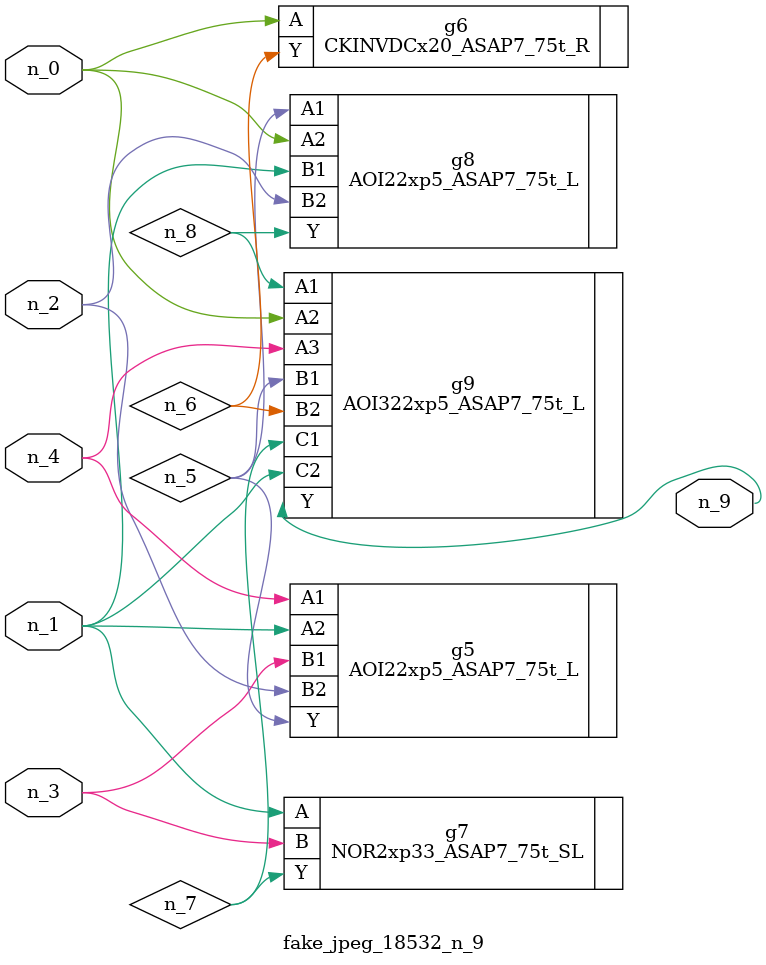
<source format=v>
module fake_jpeg_18532_n_9 (n_3, n_2, n_1, n_0, n_4, n_9);

input n_3;
input n_2;
input n_1;
input n_0;
input n_4;

output n_9;

wire n_8;
wire n_6;
wire n_5;
wire n_7;

AOI22xp5_ASAP7_75t_L g5 ( 
.A1(n_4),
.A2(n_1),
.B1(n_3),
.B2(n_2),
.Y(n_5)
);

CKINVDCx20_ASAP7_75t_R g6 ( 
.A(n_0),
.Y(n_6)
);

NOR2xp33_ASAP7_75t_SL g7 ( 
.A(n_1),
.B(n_3),
.Y(n_7)
);

AOI22xp5_ASAP7_75t_L g8 ( 
.A1(n_5),
.A2(n_0),
.B1(n_1),
.B2(n_2),
.Y(n_8)
);

AOI322xp5_ASAP7_75t_L g9 ( 
.A1(n_8),
.A2(n_0),
.A3(n_4),
.B1(n_5),
.B2(n_6),
.C1(n_7),
.C2(n_1),
.Y(n_9)
);


endmodule
</source>
